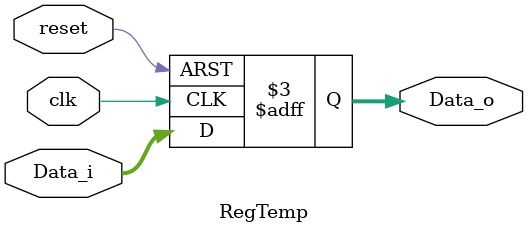
<source format=v>
`timescale 1ns / 1ps


module RegTemp(reset, clk, Data_i, Data_o);
    //Input Clock Signals
    input reset;
    input clk;
    //Input Data
    input [31:0] Data_i;
    //Output Data
    output reg [31:0] Data_o;
    
    initial begin
        Data_o <= 32'h00000000;
    end
    always@(posedge reset or posedge clk) begin
        if (reset) begin
            Data_o <= 32'h00000000;
        end else begin
            Data_o <= Data_i;
        end
    end
endmodule

</source>
